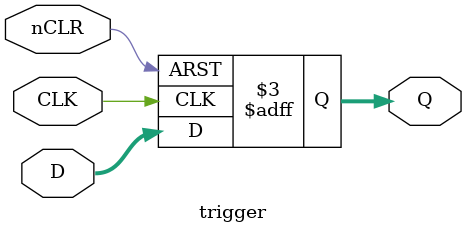
<source format=v>
module trigger (
    nCLR,
    CLK,
    D,
    Q
);
  input nCLR, CLK;
  input [7:0] D;
  output [7:0] Q;
  reg [7:0] Q;

  always @(posedge CLK or negedge nCLR) begin
    if (nCLR == 0) Q <= 8'b0;
    else Q <= D;
  end

endmodule

</source>
